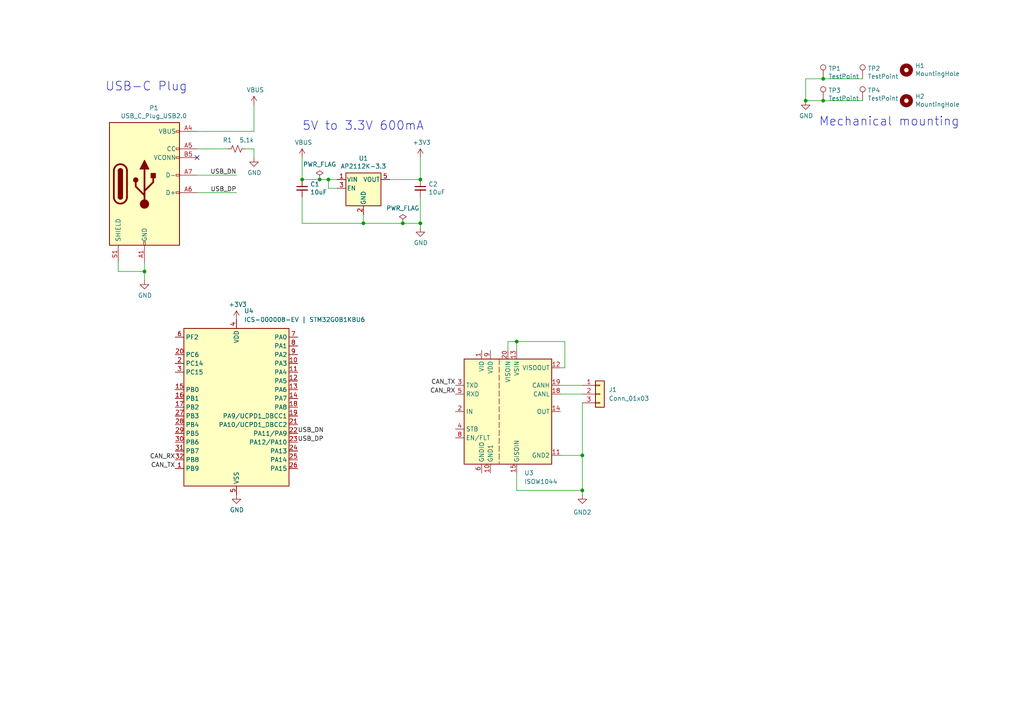
<source format=kicad_sch>
(kicad_sch (version 20231120) (generator "eeschema") (generator_version "8.0")
  (paper "A4")
  (title_block (title "Expansion Card Template") (date "2020-12-12") (rev "X1") (company "Framework") (comment 1 "This work is licensed under a Creative Commons Attribution 4.0 International License") (comment 4 "https://frame.work"))
  (lib_symbols
    (symbol "#inventree:STM32G0B1KBU6"
      (property "Reference" "U" (at -15.24 24.13 0))
      (property "Value" "ICS-000008-EV | STM32G0B1KBU6" (at 2.54 24.13 0))
      (symbol "STM32G0B1KBU6_0_1"
        (rectangle (start -15.24 -22.86) (end 15.24 22.86) (stroke (width 0.254)) (fill (type background)))
      )
      (symbol "STM32G0B1KBU6_1_1"
        (pin bidirectional line (at -17.78 -17.78 0) (length 2.54) (name "PB9") (number "1"))
        (pin bidirectional line (at 17.78 12.7 180) (length 2.54) (name "PA3") (number "10"))
        (pin bidirectional line (at 17.78 10.16 180) (length 2.54) (name "PA4") (number "11"))
        (pin bidirectional line (at 17.78 7.62 180) (length 2.54) (name "PA5") (number "12"))
        (pin bidirectional line (at 17.78 5.08 180) (length 2.54) (name "PA6") (number "13"))
        (pin bidirectional line (at 17.78 2.54 180) (length 2.54) (name "PA7") (number "14"))
        (pin bidirectional line (at -17.78 5.08 0) (length 2.54) (name "PB0") (number "15"))
        (pin bidirectional line (at -17.78 2.54 0) (length 2.54) (name "PB1") (number "16"))
        (pin bidirectional line (at -17.78 0 0) (length 2.54) (name "PB2") (number "17"))
        (pin bidirectional line (at 17.78 0 180) (length 2.54) (name "PA8") (number "18"))
        (pin bidirectional line (at 17.78 -2.54 180) (length 2.54) (name "PA9/UCPD1_DBCC1") (number "19"))
        (pin bidirectional line (at -17.78 12.7 0) (length 2.54) (name "PC14") (number "2"))
        (pin bidirectional line (at -17.78 15.24 0) (length 2.54) (name "PC6") (number "20"))
        (pin bidirectional line (at 17.78 -5.08 180) (length 2.54) (name "PA10/UCPD1_DBCC2") (number "21"))
        (pin bidirectional line (at 17.78 -7.62 180) (length 2.54) (name "PA11/PA9") (number "22"))
        (pin bidirectional line (at 17.78 -10.16 180) (length 2.54) (name "PA12/PA10") (number "23"))
        (pin bidirectional line (at 17.78 -12.7 180) (length 2.54) (name "PA13") (number "24"))
        (pin bidirectional line (at 17.78 -15.24 180) (length 2.54) (name "PA14") (number "25"))
        (pin bidirectional line (at 17.78 -17.78 180) (length 2.54) (name "PA15") (number "26"))
        (pin bidirectional line (at -17.78 -2.54 0) (length 2.54) (name "PB3") (number "27"))
        (pin bidirectional line (at -17.78 -5.08 0) (length 2.54) (name "PB4") (number "28"))
        (pin bidirectional line (at -17.78 -7.62 0) (length 2.54) (name "PB5") (number "29"))
        (pin bidirectional line (at -17.78 10.16 0) (length 2.54) (name "PC15") (number "3"))
        (pin bidirectional line (at -17.78 -10.16 0) (length 2.54) (name "PB6") (number "30"))
        (pin bidirectional line (at -17.78 -12.7 0) (length 2.54) (name "PB7") (number "31"))
        (pin bidirectional line (at -17.78 -15.24 0) (length 2.54) (name "PB8") (number "32"))
        (pin passive line (at 0 -25.4 90) (length 2.54) hide (name "VSS") (number "33"))
        (pin power_in line (at 0 25.4 270) (length 2.54) (name "VDD") (number "4"))
        (pin power_in line (at 0 -25.4 90) (length 2.54) (name "VSS") (number "5"))
        (pin bidirectional line (at -17.78 20.32 0) (length 2.54) (name "PF2") (number "6"))
        (pin bidirectional line (at 17.78 20.32 180) (length 2.54) (name "PA0") (number "7"))
        (pin bidirectional line (at 17.78 17.78 180) (length 2.54) (name "PA1") (number "8"))
        (pin bidirectional line (at 17.78 15.24 180) (length 2.54) (name "PA2") (number "9"))
      )
    )
    (symbol "Connector:TestPoint" (pin_numbers hide) (pin_names (offset 0.762) hide)
      (property "Reference" "TP" (at 0 6.858 0))
      (property "Value" "TestPoint" (at 0 5.08 0))
      (symbol "TestPoint_0_1"
        (circle (center 0 3.302) (radius 0.762))
      )
      (symbol "TestPoint_1_1"
        (pin passive line (at 0 0 90) (length 2.54) (name "1") (number "1"))
      )
    )
    (symbol "Connector:USB_C_Plug_USB2.0" (pin_names (offset 1.016))
      (property "Reference" "P" (at -10.16 19.05 0))
      (property "Value" "USB_C_Plug_USB2.0" (at 12.7 19.05 0))
      (symbol "USB_C_Plug_USB2.0_0_0"
        (rectangle (start -0.254 -17.78) (end 0.254 -16.764))
        (rectangle (start 10.16 -2.286) (end 9.144 -2.794))
        (rectangle (start 10.16 2.794) (end 9.144 2.286))
        (rectangle (start 10.16 7.874) (end 9.144 7.366))
        (rectangle (start 10.16 10.414) (end 9.144 9.906))
        (rectangle (start 10.16 15.494) (end 9.144 14.986))
      )
      (symbol "USB_C_Plug_USB2.0_0_1"
        (rectangle (start -10.16 17.78) (end 10.16 -17.78) (stroke (width 0.254)) (fill (type background)))
        (arc (start -8.89 -3.81) (mid -6.985 -5.7067) (end -5.08 -3.81) (stroke (width 0.508)))
        (arc (start -7.62 -3.81) (mid -6.985 -4.4423) (end -6.35 -3.81) (stroke (width 0.254)))
        (arc (start -7.62 -3.81) (mid -6.985 -4.4423) (end -6.35 -3.81) (stroke (width 0.254)) (fill (type outline)))
        (rectangle (start -7.62 -3.81) (end -6.35 3.81) (stroke (width 0.254)) (fill (type outline)))
        (arc (start -6.35 3.81) (mid -6.985 4.4423) (end -7.62 3.81) (stroke (width 0.254)))
        (arc (start -6.35 3.81) (mid -6.985 4.4423) (end -7.62 3.81) (stroke (width 0.254)) (fill (type outline)))
        (arc (start -5.08 3.81) (mid -6.985 5.7067) (end -8.89 3.81) (stroke (width 0.508)))
        (circle (center -2.54 1.143) (radius 0.635) (stroke (width 0.254)) (fill (type outline)))
        (circle (center 0 -5.842) (radius 1.27) (fill (type outline)))
        (polyline (pts (xy -8.89 -3.81) (xy -8.89 3.81)) (stroke (width 0.508)))
        (polyline (pts (xy -5.08 3.81) (xy -5.08 -3.81)) (stroke (width 0.508)))
        (polyline (pts (xy 0 -5.842) (xy 0 4.318)) (stroke (width 0.508)))
        (polyline (pts (xy 0 -3.302) (xy -2.54 -0.762) (xy -2.54 0.508)) (stroke (width 0.508)))
        (polyline (pts (xy 0 -2.032) (xy 2.54 0.508) (xy 2.54 1.778)) (stroke (width 0.508)))
        (polyline (pts (xy -1.27 4.318) (xy 0 6.858) (xy 1.27 4.318) (xy -1.27 4.318)) (stroke (width 0.254)) (fill (type outline)))
        (rectangle (start 1.905 1.778) (end 3.175 3.048) (stroke (width 0.254)) (fill (type outline)))
      )
      (symbol "USB_C_Plug_USB2.0_1_1"
        (pin passive line (at 0 -22.86 90) (length 5.08) (name "GND") (number "A1"))
        (pin passive line (at 0 -22.86 90) (length 5.08) hide (name "GND") (number "A12"))
        (pin passive line (at 15.24 15.24 180) (length 5.08) (name "VBUS") (number "A4"))
        (pin bidirectional line (at 15.24 10.16 180) (length 5.08) (name "CC") (number "A5"))
        (pin bidirectional line (at 15.24 -2.54 180) (length 5.08) (name "D+") (number "A6"))
        (pin bidirectional line (at 15.24 2.54 180) (length 5.08) (name "D-") (number "A7"))
        (pin passive line (at 15.24 15.24 180) (length 5.08) hide (name "VBUS") (number "A9"))
        (pin passive line (at 0 -22.86 90) (length 5.08) hide (name "GND") (number "B1"))
        (pin passive line (at 0 -22.86 90) (length 5.08) hide (name "GND") (number "B12"))
        (pin passive line (at 15.24 15.24 180) (length 5.08) hide (name "VBUS") (number "B4"))
        (pin bidirectional line (at 15.24 7.62 180) (length 5.08) (name "VCONN") (number "B5"))
        (pin passive line (at 15.24 15.24 180) (length 5.08) hide (name "VBUS") (number "B9"))
        (pin passive line (at -7.62 -22.86 90) (length 5.08) (name "SHIELD") (number "S1"))
      )
    )
    (symbol "Connector_Generic:Conn_01x03" (pin_names (offset 1.016) hide)
      (property "Reference" "J" (at 0 5.08 0))
      (property "Value" "Conn_01x03" (at 0 -5.08 0))
      (symbol "Conn_01x03_1_1"
        (rectangle (start -1.27 -2.413) (end 0 -2.667) (stroke (width 0.1524)))
        (rectangle (start -1.27 0.127) (end 0 -0.127) (stroke (width 0.1524)))
        (rectangle (start -1.27 2.667) (end 0 2.413) (stroke (width 0.1524)))
        (rectangle (start -1.27 3.81) (end 1.27 -3.81) (stroke (width 0.254)) (fill (type background)))
        (pin passive line (at -5.08 2.54 0) (length 3.81) (name "Pin_1") (number "1"))
        (pin passive line (at -5.08 0 0) (length 3.81) (name "Pin_2") (number "2"))
        (pin passive line (at -5.08 -2.54 0) (length 3.81) (name "Pin_3") (number "3"))
      )
    )
    (symbol "Device:C_Small" (pin_numbers hide) (pin_names (offset 0.254) hide)
      (property "Reference" "C" (at 0.254 1.778 0))
      (property "Value" "C_Small" (at 0.254 -2.032 0))
      (symbol "C_Small_0_1"
        (polyline (pts (xy -1.524 -0.508) (xy 1.524 -0.508)) (stroke (width 0.3302)))
        (polyline (pts (xy -1.524 0.508) (xy 1.524 0.508)) (stroke (width 0.3048)))
      )
      (symbol "C_Small_1_1"
        (pin passive line (at 0 2.54 270) (length 2.032) (name "~") (number "1"))
        (pin passive line (at 0 -2.54 90) (length 2.032) (name "~") (number "2"))
      )
    )
    (symbol "Device:R_Small_US" (pin_numbers hide) (pin_names (offset 0.254) hide)
      (property "Reference" "R" (at 0.762 0.508 0))
      (property "Value" "R_Small_US" (at 0.762 -1.016 0))
      (symbol "R_Small_US_1_1"
        (polyline (pts (xy 0 0) (xy 1.016 -0.381) (xy 0 -0.762) (xy -1.016 -1.143) (xy 0 -1.524)))
        (polyline (pts (xy 0 1.524) (xy 1.016 1.143) (xy 0 0.762) (xy -1.016 0.381) (xy 0 0)))
        (pin passive line (at 0 2.54 270) (length 1.016) (name "~") (number "1"))
        (pin passive line (at 0 -2.54 90) (length 1.016) (name "~") (number "2"))
      )
    )
    (symbol "Interface_CAN_LIN:ISOW1044"
      (property "Reference" "U" (at -12.7 16.51 0))
      (property "Value" "ISOW1044" (at 13.97 16.51 0))
      (symbol "ISOW1044_0_1"
        (rectangle (start -12.7 15.24) (end 12.7 -15.24) (stroke (width 0.254)) (fill (type background)))
      )
      (symbol "ISOW1044_1_1"
        (polyline (pts (xy -2.54 15.24) (xy -2.54 -15.24)) (stroke (width 0) (type dash)))
        (pin power_in line (at -7.62 17.78 270) (length 2.54) (name "VIO") (number "1"))
        (pin power_in line (at -5.08 -17.78 90) (length 2.54) (name "GND1") (number "10"))
        (pin power_out line (at 15.24 -12.7 180) (length 2.54) (name "GND2") (number "11"))
        (pin power_out line (at 15.24 12.7 180) (length 2.54) (name "VISOOUT") (number "12"))
        (pin power_in line (at 2.54 17.78 270) (length 2.54) (name "VSIN") (number "13"))
        (pin output line (at 15.24 0 180) (length 2.54) (name "OUT") (number "14"))
        (pin power_in line (at 2.54 -17.78 90) (length 2.54) (name "GISOIN") (number "15"))
        (pin passive line (at 2.54 -17.78 90) (length 2.54) hide (name "GISOIN") (number "16"))
        (pin passive line (at 2.54 -17.78 90) (length 2.54) hide (name "GISOIN") (number "17"))
        (pin bidirectional line (at 15.24 5.08 180) (length 2.54) (name "CANL") (number "18"))
        (pin bidirectional line (at 15.24 7.62 180) (length 2.54) (name "CANH") (number "19"))
        (pin input line (at -15.24 0 0) (length 2.54) (name "IN") (number "2"))
        (pin power_in line (at 0 17.78 270) (length 2.54) (name "VISOIN") (number "20"))
        (pin input line (at -15.24 7.62 0) (length 2.54) (name "TXD") (number "3"))
        (pin input line (at -15.24 -5.08 0) (length 2.54) (name "STB") (number "4"))
        (pin output line (at -15.24 5.08 0) (length 2.54) (name "RXD") (number "5"))
        (pin power_in line (at -7.62 -17.78 90) (length 2.54) (name "GNDIO") (number "6"))
        (pin no_connect line (at -12.7 -10.16 0) (length 2.54) hide (name "NC") (number "7"))
        (pin input line (at -15.24 -7.62 0) (length 2.54) (name "EN/FLT") (number "8"))
        (pin power_in line (at -5.08 17.78 270) (length 2.54) (name "VDD") (number "9"))
      )
    )
    (symbol "Mechanical:MountingHole" (pin_names (offset 1.016))
      (property "Reference" "H" (at 0 5.08 0))
      (property "Value" "MountingHole" (at 0 3.175 0))
      (symbol "MountingHole_0_1"
        (circle (center 0 0) (radius 1.27) (stroke (width 1.27)))
      )
    )
    (symbol "Regulator_Linear:AP2112K-3.3" (pin_names (offset 0.254))
      (property "Reference" "U" (at -5.08 5.715 0))
      (property "Value" "AP2112K-3.3" (at 0 5.715 0))
      (symbol "AP2112K-3.3_0_1"
        (rectangle (start -5.08 4.445) (end 5.08 -5.08) (stroke (width 0.254)) (fill (type background)))
      )
      (symbol "AP2112K-3.3_1_1"
        (pin power_in line (at -7.62 2.54 0) (length 2.54) (name "VIN") (number "1"))
        (pin power_in line (at 0 -7.62 90) (length 2.54) (name "GND") (number "2"))
        (pin input line (at -7.62 0 0) (length 2.54) (name "EN") (number "3"))
        (pin no_connect line (at 5.08 0 180) (length 2.54) hide (name "NC") (number "4"))
        (pin power_out line (at 7.62 2.54 180) (length 2.54) (name "VOUT") (number "5"))
      )
    )
    (symbol "expansiontest1-rescue:+3.3V-power" (power) (pin_names (offset 0))
      (property "Value" "power_+3.3V" (at 0 3.556 0))
      (symbol "+3.3V-power_0_1"
        (polyline (pts (xy -0.762 1.27) (xy 0 2.54)))
        (polyline (pts (xy 0 0) (xy 0 2.54)))
        (polyline (pts (xy 0 2.54) (xy 0.762 1.27)))
      )
      (symbol "+3.3V-power_1_1"
        (pin power_in line (at 0 0 90) (length 0) hide (name "+3V3") (number "1"))
      )
    )
    (symbol "expansiontest1-rescue:GND-power" (power) (pin_names (offset 0))
      (property "Value" "power_GND" (at 0 -3.81 0))
      (symbol "GND-power_0_1"
        (polyline (pts (xy 0 0) (xy 0 -1.27) (xy 1.27 -1.27) (xy 0 -2.54) (xy -1.27 -1.27) (xy 0 -1.27)))
      )
      (symbol "GND-power_1_1"
        (pin power_in line (at 0 0 270) (length 0) hide (name "GND") (number "1"))
      )
    )
    (symbol "expansiontest1-rescue:PWR_FLAG-power" (power) (pin_numbers hide) (pin_names (offset 0) hide)
      (property "Value" "power_PWR_FLAG" (at 0 3.81 0))
      (symbol "PWR_FLAG-power_0_0"
        (pin power_out line (at 0 0 90) (length 0) (name "pwr") (number "1"))
      )
      (symbol "PWR_FLAG-power_0_1"
        (polyline (pts (xy 0 0) (xy 0 1.27) (xy -1.016 1.905) (xy 0 2.54) (xy 1.016 1.905) (xy 0 1.27)))
      )
    )
    (symbol "expansiontest1-rescue:VBUS-power" (power) (pin_names (offset 0))
      (property "Value" "power_VBUS" (at 0 3.81 0))
      (symbol "VBUS-power_0_1"
        (polyline (pts (xy -0.762 1.27) (xy 0 2.54)))
        (polyline (pts (xy 0 0) (xy 0 2.54)))
        (polyline (pts (xy 0 2.54) (xy 0.762 1.27)))
      )
      (symbol "VBUS-power_1_1"
        (pin power_in line (at 0 0 90) (length 0) hide (name "VBUS") (number "1"))
      )
    )
    (symbol "power:GND2" (power) (pin_numbers hide) (pin_names (offset 0) hide)
      (property "Value" "GND2" (at 0 -3.81 0))
      (symbol "GND2_0_1"
        (polyline (pts (xy 0 0) (xy 0 -1.27) (xy 1.27 -1.27) (xy 0 -2.54) (xy -1.27 -1.27) (xy 0 -1.27)))
      )
      (symbol "GND2_1_1"
        (pin power_in line (at 0 0 270) (length 0) (name "~") (number "1"))
      )
    )
  )
  (junction (at 168.91 142.24))
  (junction (at 92.71 52.07))
  (junction (at 41.91 78.74))
  (junction (at 168.91 132.08))
  (junction (at 233.68 29.21))
  (junction (at 121.92 64.77))
  (junction (at 238.76 22.86))
  (junction (at 105.41 64.77))
  (junction (at 87.63 52.07))
  (junction (at 149.86 99.06))
  (junction (at 116.84 64.77))
  (junction (at 95.25 52.07))
  (junction (at 238.76 29.21))
  (junction (at 121.92 52.07))
  (no_connect (at 57.15 45.72))
  (wire (pts (xy 149.86 142.24) (xy 168.91 142.24)))
  (wire (pts (xy 73.66 43.18) (xy 73.66 45.72)))
  (wire (pts (xy 250.19 29.21) (xy 238.76 29.21)))
  (wire (pts (xy 105.41 64.77) (xy 116.84 64.77)))
  (wire (pts (xy 233.68 22.86) (xy 233.68 29.21)))
  (wire (pts (xy 57.15 50.8) (xy 68.58 50.8)))
  (wire (pts (xy 163.83 106.68) (xy 162.56 106.68)))
  (wire (pts (xy 87.63 45.72) (xy 87.63 52.07)))
  (wire (pts (xy 57.15 43.18) (xy 66.04 43.18)))
  (wire (pts (xy 97.79 54.61) (xy 95.25 54.61)))
  (wire (pts (xy 147.32 99.06) (xy 149.86 99.06)))
  (wire (pts (xy 162.56 132.08) (xy 168.91 132.08)))
  (wire (pts (xy 121.92 57.15) (xy 121.92 64.77)))
  (wire (pts (xy 121.92 64.77) (xy 121.92 66.04)))
  (wire (pts (xy 168.91 116.84) (xy 168.91 132.08)))
  (wire (pts (xy 168.91 142.24) (xy 168.91 143.51)))
  (wire (pts (xy 105.41 62.23) (xy 105.41 64.77)))
  (wire (pts (xy 149.86 99.06) (xy 163.83 99.06)))
  (wire (pts (xy 57.15 55.88) (xy 68.58 55.88)))
  (wire (pts (xy 41.91 78.74) (xy 41.91 76.2)))
  (wire (pts (xy 162.56 111.76) (xy 168.91 111.76)))
  (wire (pts (xy 92.71 52.07) (xy 95.25 52.07)))
  (wire (pts (xy 73.66 38.1) (xy 73.66 30.48)))
  (wire (pts (xy 238.76 22.86) (xy 233.68 22.86)))
  (wire (pts (xy 116.84 64.77) (xy 121.92 64.77)))
  (wire (pts (xy 34.29 76.2) (xy 34.29 78.74)))
  (wire (pts (xy 147.32 101.6) (xy 147.32 99.06)))
  (wire (pts (xy 121.92 45.72) (xy 121.92 52.07)))
  (wire (pts (xy 34.29 78.74) (xy 41.91 78.74)))
  (wire (pts (xy 238.76 29.21) (xy 233.68 29.21)))
  (wire (pts (xy 57.15 38.1) (xy 73.66 38.1)))
  (wire (pts (xy 87.63 64.77) (xy 105.41 64.77)))
  (wire (pts (xy 149.86 99.06) (xy 149.86 101.6)))
  (wire (pts (xy 71.12 43.18) (xy 73.66 43.18)))
  (wire (pts (xy 87.63 52.07) (xy 92.71 52.07)))
  (wire (pts (xy 41.91 81.28) (xy 41.91 78.74)))
  (wire (pts (xy 95.25 52.07) (xy 97.79 52.07)))
  (wire (pts (xy 250.19 22.86) (xy 238.76 22.86)))
  (wire (pts (xy 163.83 99.06) (xy 163.83 106.68)))
  (wire (pts (xy 113.03 52.07) (xy 121.92 52.07)))
  (wire (pts (xy 149.86 137.16) (xy 149.86 142.24)))
  (wire (pts (xy 168.91 132.08) (xy 168.91 142.24)))
  (wire (pts (xy 87.63 57.15) (xy 87.63 64.77)))
  (wire (pts (xy 95.25 54.61) (xy 95.25 52.07)))
  (wire (pts (xy 162.56 114.3) (xy 168.91 114.3)))
  (text "USB-C Plug" (at 30.48 26.67 0) (effects (font (size 2.54 2.54)) (justify left bottom)))
  (text "5V to 3.3V 600mA" (at 87.63 38.1 0) (effects (font (size 2.54 2.54)) (justify left bottom)))
  (text "Mechanical mounting" (at 237.49 36.83 0) (effects (font (size 2.54 2.54)) (justify left bottom)))
  (label "CAN_RX" (at 50.8 133.35 180))
  (label "CAN_RX" (at 132.08 114.3 180))
  (label "CAN_TX" (at 50.8 135.89 180))
  (label "USB_DN" (at 68.58 50.8 180))
  (label "USB_DP" (at 86.36 128.27 0))
  (label "USB_DP" (at 68.58 55.88 180))
  (label "CAN_TX" (at 132.08 111.76 180))
  (label "USB_DN" (at 86.36 125.73 0))
  (symbol (lib_id "Regulator_Linear:AP2112K-3.3") (at 105.41 54.61 0) (unit 1)
    (property "Reference" "U1" (at 105.41 45.9232 0))
    (property "Value" "AP2112K-3.3" (at 105.41 48.2346 0))
    (property "Footprint" "Package_TO_SOT_SMD:SOT-23-5" (effects (hide yes)))
    (property "Datasheet" "https://www.diodes.com/assets/Datasheets/AP2112.pdf" (effects (hide yes)))
  )
  (symbol (lib_id "Device:C_Small") (at 87.63 54.61 0) (unit 1)
    (property "Reference" "C1" (at 89.9668 53.4416 0) (effects (justify left)))
    (property "Value" "10uF" (at 89.9668 55.753 0) (effects (justify left)))
    (property "Footprint" "Capacitor_SMD:C_0805_2012Metric" (effects (hide yes)))
  )
  (symbol (lib_id "Device:C_Small") (at 121.92 54.61 0) (unit 1)
    (property "Reference" "C2" (at 124.2568 53.4416 0) (effects (justify left)))
    (property "Value" "10uF" (at 124.2568 55.753 0) (effects (justify left)))
    (property "Footprint" "Capacitor_SMD:C_0805_2012Metric" (effects (hide yes)))
  )
  (symbol (lib_id "expansiontest1-rescue:+3.3V-power") (at 121.92 45.72 0) (unit 1)
    (property "Reference" "#PWR05" (effects (hide yes)))
    (property "Value" "+3V3" (at 122.301 41.3258 0))
  )
  (symbol (lib_id "expansiontest1-rescue:GND-power") (at 121.92 66.04 0) (unit 1)
    (property "Reference" "#PWR06" (effects (hide yes)))
    (property "Value" "GND" (at 122.047 70.4342 0))
  )
  (symbol (lib_id "expansiontest1-rescue:VBUS-power") (at 87.63 45.72 0) (unit 1)
    (property "Reference" "#PWR04" (effects (hide yes)))
    (property "Value" "VBUS" (at 88.011 41.3258 0))
  )
  (symbol (lib_id "Connector:USB_C_Plug_USB2.0") (at 41.91 53.34 0) (unit 1)
    (property "Reference" "P1" (at 44.6278 31.3182 0))
    (property "Value" "USB_C_Plug_USB2.0" (at 44.6278 33.6296 0))
    (property "Footprint" "Expansion_Card:USB_C_Plug_Molex_105444" (effects (hide yes)))
    (property "Datasheet" "https://www.usb.org/sites/default/files/documents/usb_type-c.zip" (effects (hide yes)))
  )
  (symbol (lib_id "Device:R_Small_US") (at 68.58 43.18 90) (unit 1)
    (property "Reference" "R1" (at 67.31 40.64 90) (effects (justify left)))
    (property "Value" "5.1k" (at 73.66 40.64 90) (effects (justify left)))
    (property "Footprint" "Resistor_SMD:R_0603_1608Metric" (effects (hide yes)))
  )
  (symbol (lib_id "expansiontest1-rescue:GND-power") (at 41.91 81.28 0) (unit 1)
    (property "Reference" "#PWR01" (effects (hide yes)))
    (property "Value" "GND" (at 42.037 85.6742 0))
  )
  (symbol (lib_id "expansiontest1-rescue:GND-power") (at 73.66 45.72 0) (unit 1)
    (property "Reference" "#PWR03" (effects (hide yes)))
    (property "Value" "GND" (at 73.787 50.1142 0))
  )
  (symbol (lib_id "expansiontest1-rescue:VBUS-power") (at 73.66 30.48 0) (unit 1)
    (property "Reference" "#PWR02" (effects (hide yes)))
    (property "Value" "VBUS" (at 74.041 26.0858 0))
  )
  (symbol (lib_id "Mechanical:MountingHole") (at 262.89 20.32 0) (unit 1)
    (property "Reference" "H1" (at 265.43 19.0754 0) (effects (justify left)))
    (property "Value" "MountingHole" (at 265.43 21.3868 0) (effects (justify left)))
    (property "Footprint" "MountingHole:MountingHole_2.2mm_M2" (effects (hide yes)))
  )
  (symbol (lib_id "Mechanical:MountingHole") (at 262.89 29.21 0) (unit 1)
    (property "Reference" "H2" (at 265.43 27.9654 0) (effects (justify left)))
    (property "Value" "MountingHole" (at 265.43 30.2768 0) (effects (justify left)))
    (property "Footprint" "MountingHole:MountingHole_2.2mm_M2" (effects (hide yes)))
  )
  (symbol (lib_id "expansiontest1-rescue:PWR_FLAG-power") (at 92.71 52.07 0) (unit 1)
    (property "Reference" "#FLG01" (effects (hide yes)))
    (property "Value" "PWR_FLAG" (at 92.71 47.6758 0))
  )
  (symbol (lib_id "expansiontest1-rescue:PWR_FLAG-power") (at 116.84 64.77 0) (unit 1)
    (property "Reference" "#FLG02" (effects (hide yes)))
    (property "Value" "PWR_FLAG" (at 116.84 60.3758 0))
  )
  (symbol (lib_id "Connector:TestPoint") (at 250.19 22.86 0) (unit 1)
    (property "Reference" "TP2" (at 251.6632 19.8628 0) (effects (justify left)))
    (property "Value" "TestPoint" (at 251.6632 22.1742 0) (effects (justify left)))
    (property "Footprint" "TestPoint:TestPoint_Pad_1.5x1.5mm" (effects (hide yes)))
  )
  (symbol (lib_id "Connector:TestPoint") (at 238.76 22.86 0) (unit 1)
    (property "Reference" "TP1" (at 240.2332 19.8628 0) (effects (justify left)))
    (property "Value" "TestPoint" (at 240.2332 22.1742 0) (effects (justify left)))
    (property "Footprint" "TestPoint:TestPoint_Pad_1.5x1.5mm" (effects (hide yes)))
  )
  (symbol (lib_id "Connector:TestPoint") (at 238.76 29.21 0) (unit 1)
    (property "Reference" "TP3" (at 240.2332 26.2128 0) (effects (justify left)))
    (property "Value" "TestPoint" (at 240.2332 28.5242 0) (effects (justify left)))
    (property "Footprint" "TestPoint:TestPoint_Pad_1.5x1.5mm" (effects (hide yes)))
  )
  (symbol (lib_id "Connector:TestPoint") (at 250.19 29.21 0) (unit 1)
    (property "Reference" "TP4" (at 251.6632 26.2128 0) (effects (justify left)))
    (property "Value" "TestPoint" (at 251.6632 28.5242 0) (effects (justify left)))
    (property "Footprint" "TestPoint:TestPoint_Pad_1.5x1.5mm" (effects (hide yes)))
  )
  (symbol (lib_id "expansiontest1-rescue:GND-power") (at 233.68 29.21 0) (unit 1)
    (property "Reference" "#PWR0101" (effects (hide yes)))
    (property "Value" "GND" (at 233.807 33.6042 0))
  )
  (symbol (lib_id "Interface_CAN_LIN:ISOW1044") (at 147.32 119.38 0) (unit 1)
    (property "Reference" "U3" (at 152.0541 137.16 0) (effects (justify left)))
    (property "Value" "ISOW1044" (at 152.0541 139.7 0) (effects (justify left)))
    (property "Footprint" "Package_SO:SOIC-20W_7.5x12.8mm_P1.27mm" (effects (hide yes)))
    (property "Datasheet" "https://www.ti.com/lit/ds/symlink/isow1044.pdf" (effects (hide yes)))
    (property "Description" "Isolated CAN FD Transceiver, Integrated DC-DC Converter, 5Mbps, Reinforced Isolation,  SOIC-20W" (effects (hide yes)))
  )
  (symbol (lib_id "Connector_Generic:Conn_01x03") (at 173.99 114.3 0) (unit 1)
    (property "Reference" "J1" (at 176.53 113.0299 0) (effects (justify left)))
    (property "Value" "Conn_01x03" (at 176.53 115.5699 0) (effects (justify left)))
    (property "Footprint" "Connector_JST:JST_GH_SM03B-GHS-TB_1x03-1MP_P1.25mm_Horizontal" (effects (hide yes)))
    (property "Description" "Generic connector, single row, 01x03, script generated (kicad-library-utils/schlib/autogen/connector/)" (effects (hide yes)))
  )
  (symbol (lib_id "#inventree:STM32G0B1KBU6") (at 68.58 118.11 0) (unit 1)
    (property "Reference" "U4" (at 70.7741 90.17 0) (effects (justify left)))
    (property "Value" "ICS-000008-EV | STM32G0B1KBU6" (at 70.7741 92.71 0) (effects (justify left)))
    (property "Footprint" "Package_DFN_QFN:QFN-32-1EP_5x5mm_P0.5mm_EP3.45x3.45mm" (effects (hide yes)))
    (property "Datasheet" "https://www.st.com/resource/en/datasheet/stm32g0b1kb.pdf" (effects (hide yes)))
    (property "Description" "IC MCU 32BIT 128KB FLSH 32UFQFPN" (effects (hide yes)))
    (property "IPN" "ICS-000008-EV" (effects (hide yes)))
    (property "InvenTree" "8" (effects (hide yes)))
    (property "Part URL" "http://inv.evelynmau.de/part/8/" (effects (hide yes)))
  )
  (symbol (lib_id "power:GND2") (at 168.91 143.51 0) (unit 1)
    (property "Reference" "#PWR09" (effects (hide yes)))
    (property "Value" "GND2" (at 168.91 148.59 0))
    (property "Description" "Power symbol creates a global label with name \"GND2\" , ground" (effects (hide yes)))
  )
  (symbol (lib_id "expansiontest1-rescue:GND-power") (at 68.58 143.51 0) (unit 1)
    (property "Reference" "#PWR08" (effects (hide yes)))
    (property "Value" "GND" (at 68.707 147.9042 0))
  )
  (symbol (lib_id "expansiontest1-rescue:+3.3V-power") (at 68.58 92.71 0) (unit 1)
    (property "Reference" "#PWR07" (effects (hide yes)))
    (property "Value" "+3V3" (at 68.961 88.3158 0))
  )
)
</source>
